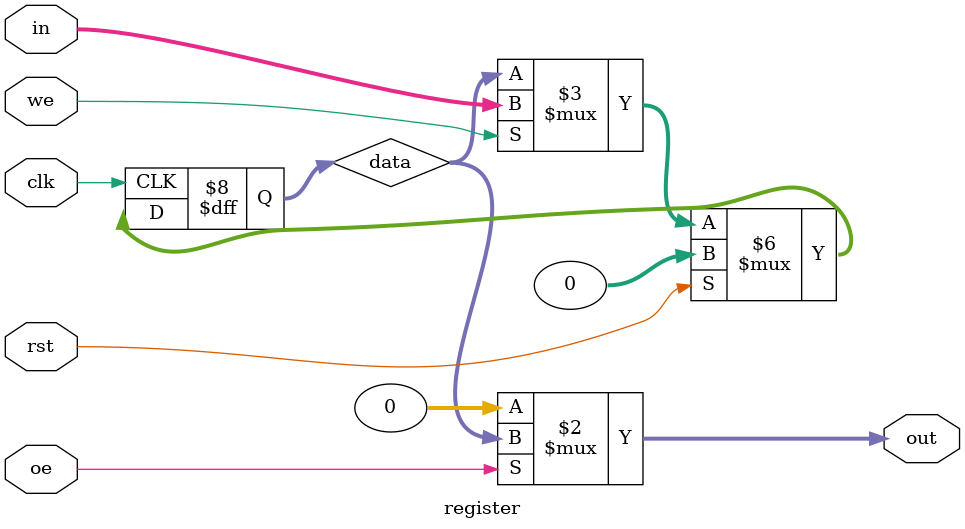
<source format=v>
`timescale 1ns / 1ps
module register(
        clk,
        rst,
        oe,
        we,
        in,
        out
    );

parameter width = 32;

input               clk;
input               rst;
input               oe;
input               we;
input [width-1 : 0] in;
output[width-1 : 0] out;

reg [width-1 : 0]   data;

always @(posedge clk) begin
    if(rst)
        data <= 0;
    else if(we)
        data <= in;
end

assign out = oe ? data : 0;
endmodule

</source>
